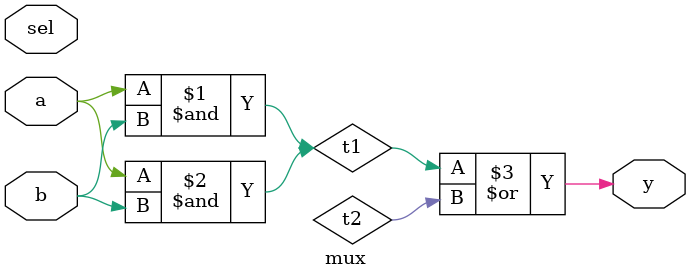
<source format=v>

module mux (input a, b, sel, output y); // module decleration
     
      wire t1,t2;     // interconnect
      
      and A1(t1,a,b); //gate level design of mux.
      and A2(t1,a,b);
      or O1(y,t1,t2);
      
endmodule              // end of the code

//Ex-2 whole block comment. (use "/*...code...*/")

/*module mux (input a, b, sel, output y); // module decleration
     
      wire t1,t2;     // interconnect
      
      and A1(t1,a,b); //gate level design of mux.
      and A2(t1,a,b);
      or O1(y,t1,t2);
      
endmodule              // end of the code  */

</source>
